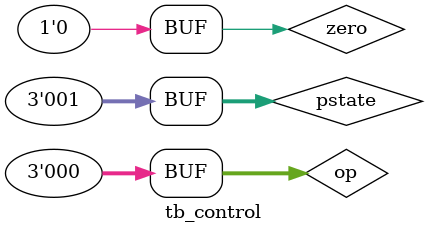
<source format=v>
module tb_control;
	//Inputs
	reg zero;
	reg [2:0] op;
	reg [2:0] pstate;
	
	//Outputs
	wire ld_acc;
	wire ld_mdr;
	wire ld_ir;
	wire dout_en;
	wire ld_pc;
	wire inc;
	wire sel;
	wire rd;
	wire wr;
	wire [2:0] nstate; 
	
	//UUT
	control U1 (
		.zero(zero),
		.op(op),
		.pstate(pstate),
		.ld_acc(ld_acc),
		.ld_mdr(ld_mdr),
		.ld_ir(ld_ir),
		.dout_en(dout_en),
		.ld_pc(ld_pc),
		.inc(inc),
		.sel(sel),
		.rd(rd),
		.wr(wr),
		.nstate(nstate)		
	);
	
	
	initial begin 
		//Initialize 
		zero =1;
	   op = 0;
	   pstate = 0;
		
		#5 zero = 0;
	end
	
	always begin 	
					
		//Simulation 
		#5 op = 000;
		#5 op = 010;
		#5 op = 110;
		#5 op = 111;
		#5 op = 010;
		#5 op = 101;
		#5 op = 000;
	end
	
	always begin 
		#4 pstate = 000;
		#4 pstate = 010;
		#4 pstate = 101;
		#4 pstate = 110;
		#4 pstate = 010;
		#4 pstate = 110;
		#4 pstate = 010;
		#4 pstate = 001;		
	end  
	
			
endmodule 
</source>
